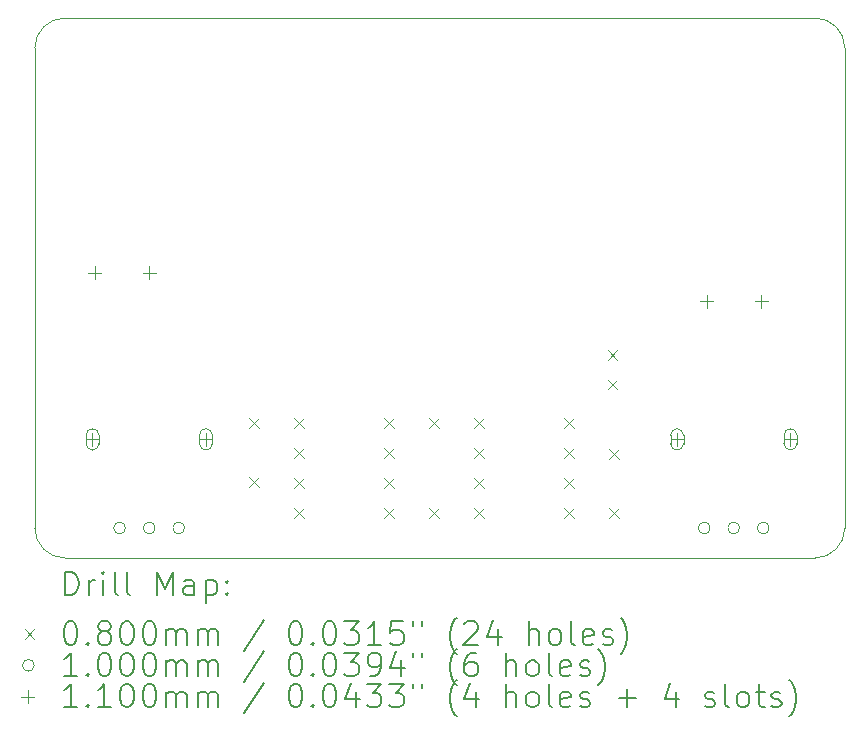
<source format=gbr>
%TF.GenerationSoftware,KiCad,Pcbnew,7.0.10+1*%
%TF.CreationDate,2024-02-10T16:40:51+08:00*%
%TF.ProjectId,ohmify-synthcard,6f686d69-6679-42d7-9379-6e7468636172,v1.1*%
%TF.SameCoordinates,Original*%
%TF.FileFunction,Drillmap*%
%TF.FilePolarity,Positive*%
%FSLAX45Y45*%
G04 Gerber Fmt 4.5, Leading zero omitted, Abs format (unit mm)*
G04 Created by KiCad (PCBNEW 7.0.10+1) date 2024-02-10 16:40:51*
%MOMM*%
%LPD*%
G01*
G04 APERTURE LIST*
%ADD10C,0.100000*%
%ADD11C,0.200000*%
%ADD12C,0.110000*%
G04 APERTURE END LIST*
D10*
X10160000Y-12192000D02*
G75*
G03*
X10414000Y-12446000I254000J0D01*
G01*
X17018000Y-8128000D02*
G75*
G03*
X16764000Y-7874000I-254000J0D01*
G01*
X16764000Y-12446000D02*
X10414000Y-12446000D01*
X10414000Y-7874000D02*
G75*
G03*
X10160000Y-8128000I0J-254000D01*
G01*
X10160000Y-12192000D02*
X10160000Y-8128000D01*
X10414000Y-7874000D02*
X16764000Y-7874000D01*
X16764000Y-12446000D02*
G75*
G03*
X17018000Y-12192000I0J254000D01*
G01*
X17018000Y-8128000D02*
X17018000Y-12192000D01*
D11*
D10*
X11976000Y-11263000D02*
X12056000Y-11343000D01*
X12056000Y-11263000D02*
X11976000Y-11343000D01*
X11976000Y-11763000D02*
X12056000Y-11843000D01*
X12056000Y-11763000D02*
X11976000Y-11843000D01*
X12358000Y-11263000D02*
X12438000Y-11343000D01*
X12438000Y-11263000D02*
X12358000Y-11343000D01*
X12358000Y-11517000D02*
X12438000Y-11597000D01*
X12438000Y-11517000D02*
X12358000Y-11597000D01*
X12358000Y-11771000D02*
X12438000Y-11851000D01*
X12438000Y-11771000D02*
X12358000Y-11851000D01*
X12358000Y-12025000D02*
X12438000Y-12105000D01*
X12438000Y-12025000D02*
X12358000Y-12105000D01*
X13120000Y-11263000D02*
X13200000Y-11343000D01*
X13200000Y-11263000D02*
X13120000Y-11343000D01*
X13120000Y-11517000D02*
X13200000Y-11597000D01*
X13200000Y-11517000D02*
X13120000Y-11597000D01*
X13120000Y-11771000D02*
X13200000Y-11851000D01*
X13200000Y-11771000D02*
X13120000Y-11851000D01*
X13120000Y-12025000D02*
X13200000Y-12105000D01*
X13200000Y-12025000D02*
X13120000Y-12105000D01*
X13500000Y-11263000D02*
X13580000Y-11343000D01*
X13580000Y-11263000D02*
X13500000Y-11343000D01*
X13500000Y-12025000D02*
X13580000Y-12105000D01*
X13580000Y-12025000D02*
X13500000Y-12105000D01*
X13881000Y-11263000D02*
X13961000Y-11343000D01*
X13961000Y-11263000D02*
X13881000Y-11343000D01*
X13881000Y-11517000D02*
X13961000Y-11597000D01*
X13961000Y-11517000D02*
X13881000Y-11597000D01*
X13881000Y-11771000D02*
X13961000Y-11851000D01*
X13961000Y-11771000D02*
X13881000Y-11851000D01*
X13881000Y-12025000D02*
X13961000Y-12105000D01*
X13961000Y-12025000D02*
X13881000Y-12105000D01*
X14643000Y-11263000D02*
X14723000Y-11343000D01*
X14723000Y-11263000D02*
X14643000Y-11343000D01*
X14643000Y-11517000D02*
X14723000Y-11597000D01*
X14723000Y-11517000D02*
X14643000Y-11597000D01*
X14643000Y-11771000D02*
X14723000Y-11851000D01*
X14723000Y-11771000D02*
X14643000Y-11851000D01*
X14643000Y-12025000D02*
X14723000Y-12105000D01*
X14723000Y-12025000D02*
X14643000Y-12105000D01*
X15009500Y-10689011D02*
X15089500Y-10769011D01*
X15089500Y-10689011D02*
X15009500Y-10769011D01*
X15009500Y-10939011D02*
X15089500Y-11019011D01*
X15089500Y-10939011D02*
X15009500Y-11019011D01*
X15024000Y-11525000D02*
X15104000Y-11605000D01*
X15104000Y-11525000D02*
X15024000Y-11605000D01*
X15024000Y-12025000D02*
X15104000Y-12105000D01*
X15104000Y-12025000D02*
X15024000Y-12105000D01*
X10928000Y-12192000D02*
G75*
G03*
X10828000Y-12192000I-50000J0D01*
G01*
X10828000Y-12192000D02*
G75*
G03*
X10928000Y-12192000I50000J0D01*
G01*
X11178000Y-12192000D02*
G75*
G03*
X11078000Y-12192000I-50000J0D01*
G01*
X11078000Y-12192000D02*
G75*
G03*
X11178000Y-12192000I50000J0D01*
G01*
X11428000Y-12192000D02*
G75*
G03*
X11328000Y-12192000I-50000J0D01*
G01*
X11328000Y-12192000D02*
G75*
G03*
X11428000Y-12192000I50000J0D01*
G01*
X15877000Y-12192000D02*
G75*
G03*
X15777000Y-12192000I-50000J0D01*
G01*
X15777000Y-12192000D02*
G75*
G03*
X15877000Y-12192000I50000J0D01*
G01*
X16127000Y-12192000D02*
G75*
G03*
X16027000Y-12192000I-50000J0D01*
G01*
X16027000Y-12192000D02*
G75*
G03*
X16127000Y-12192000I50000J0D01*
G01*
X16377000Y-12192000D02*
G75*
G03*
X16277000Y-12192000I-50000J0D01*
G01*
X16277000Y-12192000D02*
G75*
G03*
X16377000Y-12192000I50000J0D01*
G01*
D12*
X10648000Y-11387000D02*
X10648000Y-11497000D01*
X10593000Y-11442000D02*
X10703000Y-11442000D01*
D10*
X10703000Y-11477000D02*
X10703000Y-11407000D01*
X10703000Y-11407000D02*
G75*
G03*
X10593000Y-11407000I-55000J0D01*
G01*
X10593000Y-11407000D02*
X10593000Y-11477000D01*
X10593000Y-11477000D02*
G75*
G03*
X10703000Y-11477000I55000J0D01*
G01*
D12*
X10668000Y-9978000D02*
X10668000Y-10088000D01*
X10613000Y-10033000D02*
X10723000Y-10033000D01*
X11128000Y-9978000D02*
X11128000Y-10088000D01*
X11073000Y-10033000D02*
X11183000Y-10033000D01*
X11608000Y-11387000D02*
X11608000Y-11497000D01*
X11553000Y-11442000D02*
X11663000Y-11442000D01*
D10*
X11663000Y-11477000D02*
X11663000Y-11407000D01*
X11663000Y-11407000D02*
G75*
G03*
X11553000Y-11407000I-55000J0D01*
G01*
X11553000Y-11407000D02*
X11553000Y-11477000D01*
X11553000Y-11477000D02*
G75*
G03*
X11663000Y-11477000I55000J0D01*
G01*
D12*
X15597000Y-11387000D02*
X15597000Y-11497000D01*
X15542000Y-11442000D02*
X15652000Y-11442000D01*
D10*
X15652000Y-11477000D02*
X15652000Y-11407000D01*
X15652000Y-11407000D02*
G75*
G03*
X15542000Y-11407000I-55000J0D01*
G01*
X15542000Y-11407000D02*
X15542000Y-11477000D01*
X15542000Y-11477000D02*
G75*
G03*
X15652000Y-11477000I55000J0D01*
G01*
D12*
X15848200Y-10219300D02*
X15848200Y-10329300D01*
X15793200Y-10274300D02*
X15903200Y-10274300D01*
X16308200Y-10219300D02*
X16308200Y-10329300D01*
X16253200Y-10274300D02*
X16363200Y-10274300D01*
X16557000Y-11387000D02*
X16557000Y-11497000D01*
X16502000Y-11442000D02*
X16612000Y-11442000D01*
D10*
X16612000Y-11477000D02*
X16612000Y-11407000D01*
X16612000Y-11407000D02*
G75*
G03*
X16502000Y-11407000I-55000J0D01*
G01*
X16502000Y-11407000D02*
X16502000Y-11477000D01*
X16502000Y-11477000D02*
G75*
G03*
X16612000Y-11477000I55000J0D01*
G01*
D11*
X10415777Y-12762484D02*
X10415777Y-12562484D01*
X10415777Y-12562484D02*
X10463396Y-12562484D01*
X10463396Y-12562484D02*
X10491967Y-12572008D01*
X10491967Y-12572008D02*
X10511015Y-12591055D01*
X10511015Y-12591055D02*
X10520539Y-12610103D01*
X10520539Y-12610103D02*
X10530063Y-12648198D01*
X10530063Y-12648198D02*
X10530063Y-12676769D01*
X10530063Y-12676769D02*
X10520539Y-12714865D01*
X10520539Y-12714865D02*
X10511015Y-12733912D01*
X10511015Y-12733912D02*
X10491967Y-12752960D01*
X10491967Y-12752960D02*
X10463396Y-12762484D01*
X10463396Y-12762484D02*
X10415777Y-12762484D01*
X10615777Y-12762484D02*
X10615777Y-12629150D01*
X10615777Y-12667246D02*
X10625301Y-12648198D01*
X10625301Y-12648198D02*
X10634824Y-12638674D01*
X10634824Y-12638674D02*
X10653872Y-12629150D01*
X10653872Y-12629150D02*
X10672920Y-12629150D01*
X10739586Y-12762484D02*
X10739586Y-12629150D01*
X10739586Y-12562484D02*
X10730063Y-12572008D01*
X10730063Y-12572008D02*
X10739586Y-12581531D01*
X10739586Y-12581531D02*
X10749110Y-12572008D01*
X10749110Y-12572008D02*
X10739586Y-12562484D01*
X10739586Y-12562484D02*
X10739586Y-12581531D01*
X10863396Y-12762484D02*
X10844348Y-12752960D01*
X10844348Y-12752960D02*
X10834824Y-12733912D01*
X10834824Y-12733912D02*
X10834824Y-12562484D01*
X10968158Y-12762484D02*
X10949110Y-12752960D01*
X10949110Y-12752960D02*
X10939586Y-12733912D01*
X10939586Y-12733912D02*
X10939586Y-12562484D01*
X11196729Y-12762484D02*
X11196729Y-12562484D01*
X11196729Y-12562484D02*
X11263396Y-12705341D01*
X11263396Y-12705341D02*
X11330062Y-12562484D01*
X11330062Y-12562484D02*
X11330062Y-12762484D01*
X11511015Y-12762484D02*
X11511015Y-12657722D01*
X11511015Y-12657722D02*
X11501491Y-12638674D01*
X11501491Y-12638674D02*
X11482443Y-12629150D01*
X11482443Y-12629150D02*
X11444348Y-12629150D01*
X11444348Y-12629150D02*
X11425301Y-12638674D01*
X11511015Y-12752960D02*
X11491967Y-12762484D01*
X11491967Y-12762484D02*
X11444348Y-12762484D01*
X11444348Y-12762484D02*
X11425301Y-12752960D01*
X11425301Y-12752960D02*
X11415777Y-12733912D01*
X11415777Y-12733912D02*
X11415777Y-12714865D01*
X11415777Y-12714865D02*
X11425301Y-12695817D01*
X11425301Y-12695817D02*
X11444348Y-12686293D01*
X11444348Y-12686293D02*
X11491967Y-12686293D01*
X11491967Y-12686293D02*
X11511015Y-12676769D01*
X11606253Y-12629150D02*
X11606253Y-12829150D01*
X11606253Y-12638674D02*
X11625301Y-12629150D01*
X11625301Y-12629150D02*
X11663396Y-12629150D01*
X11663396Y-12629150D02*
X11682443Y-12638674D01*
X11682443Y-12638674D02*
X11691967Y-12648198D01*
X11691967Y-12648198D02*
X11701491Y-12667246D01*
X11701491Y-12667246D02*
X11701491Y-12724388D01*
X11701491Y-12724388D02*
X11691967Y-12743436D01*
X11691967Y-12743436D02*
X11682443Y-12752960D01*
X11682443Y-12752960D02*
X11663396Y-12762484D01*
X11663396Y-12762484D02*
X11625301Y-12762484D01*
X11625301Y-12762484D02*
X11606253Y-12752960D01*
X11787205Y-12743436D02*
X11796729Y-12752960D01*
X11796729Y-12752960D02*
X11787205Y-12762484D01*
X11787205Y-12762484D02*
X11777682Y-12752960D01*
X11777682Y-12752960D02*
X11787205Y-12743436D01*
X11787205Y-12743436D02*
X11787205Y-12762484D01*
X11787205Y-12638674D02*
X11796729Y-12648198D01*
X11796729Y-12648198D02*
X11787205Y-12657722D01*
X11787205Y-12657722D02*
X11777682Y-12648198D01*
X11777682Y-12648198D02*
X11787205Y-12638674D01*
X11787205Y-12638674D02*
X11787205Y-12657722D01*
D10*
X10075000Y-13051000D02*
X10155000Y-13131000D01*
X10155000Y-13051000D02*
X10075000Y-13131000D01*
D11*
X10453872Y-12982484D02*
X10472920Y-12982484D01*
X10472920Y-12982484D02*
X10491967Y-12992008D01*
X10491967Y-12992008D02*
X10501491Y-13001531D01*
X10501491Y-13001531D02*
X10511015Y-13020579D01*
X10511015Y-13020579D02*
X10520539Y-13058674D01*
X10520539Y-13058674D02*
X10520539Y-13106293D01*
X10520539Y-13106293D02*
X10511015Y-13144388D01*
X10511015Y-13144388D02*
X10501491Y-13163436D01*
X10501491Y-13163436D02*
X10491967Y-13172960D01*
X10491967Y-13172960D02*
X10472920Y-13182484D01*
X10472920Y-13182484D02*
X10453872Y-13182484D01*
X10453872Y-13182484D02*
X10434824Y-13172960D01*
X10434824Y-13172960D02*
X10425301Y-13163436D01*
X10425301Y-13163436D02*
X10415777Y-13144388D01*
X10415777Y-13144388D02*
X10406253Y-13106293D01*
X10406253Y-13106293D02*
X10406253Y-13058674D01*
X10406253Y-13058674D02*
X10415777Y-13020579D01*
X10415777Y-13020579D02*
X10425301Y-13001531D01*
X10425301Y-13001531D02*
X10434824Y-12992008D01*
X10434824Y-12992008D02*
X10453872Y-12982484D01*
X10606253Y-13163436D02*
X10615777Y-13172960D01*
X10615777Y-13172960D02*
X10606253Y-13182484D01*
X10606253Y-13182484D02*
X10596729Y-13172960D01*
X10596729Y-13172960D02*
X10606253Y-13163436D01*
X10606253Y-13163436D02*
X10606253Y-13182484D01*
X10730063Y-13068198D02*
X10711015Y-13058674D01*
X10711015Y-13058674D02*
X10701491Y-13049150D01*
X10701491Y-13049150D02*
X10691967Y-13030103D01*
X10691967Y-13030103D02*
X10691967Y-13020579D01*
X10691967Y-13020579D02*
X10701491Y-13001531D01*
X10701491Y-13001531D02*
X10711015Y-12992008D01*
X10711015Y-12992008D02*
X10730063Y-12982484D01*
X10730063Y-12982484D02*
X10768158Y-12982484D01*
X10768158Y-12982484D02*
X10787205Y-12992008D01*
X10787205Y-12992008D02*
X10796729Y-13001531D01*
X10796729Y-13001531D02*
X10806253Y-13020579D01*
X10806253Y-13020579D02*
X10806253Y-13030103D01*
X10806253Y-13030103D02*
X10796729Y-13049150D01*
X10796729Y-13049150D02*
X10787205Y-13058674D01*
X10787205Y-13058674D02*
X10768158Y-13068198D01*
X10768158Y-13068198D02*
X10730063Y-13068198D01*
X10730063Y-13068198D02*
X10711015Y-13077722D01*
X10711015Y-13077722D02*
X10701491Y-13087246D01*
X10701491Y-13087246D02*
X10691967Y-13106293D01*
X10691967Y-13106293D02*
X10691967Y-13144388D01*
X10691967Y-13144388D02*
X10701491Y-13163436D01*
X10701491Y-13163436D02*
X10711015Y-13172960D01*
X10711015Y-13172960D02*
X10730063Y-13182484D01*
X10730063Y-13182484D02*
X10768158Y-13182484D01*
X10768158Y-13182484D02*
X10787205Y-13172960D01*
X10787205Y-13172960D02*
X10796729Y-13163436D01*
X10796729Y-13163436D02*
X10806253Y-13144388D01*
X10806253Y-13144388D02*
X10806253Y-13106293D01*
X10806253Y-13106293D02*
X10796729Y-13087246D01*
X10796729Y-13087246D02*
X10787205Y-13077722D01*
X10787205Y-13077722D02*
X10768158Y-13068198D01*
X10930063Y-12982484D02*
X10949110Y-12982484D01*
X10949110Y-12982484D02*
X10968158Y-12992008D01*
X10968158Y-12992008D02*
X10977682Y-13001531D01*
X10977682Y-13001531D02*
X10987205Y-13020579D01*
X10987205Y-13020579D02*
X10996729Y-13058674D01*
X10996729Y-13058674D02*
X10996729Y-13106293D01*
X10996729Y-13106293D02*
X10987205Y-13144388D01*
X10987205Y-13144388D02*
X10977682Y-13163436D01*
X10977682Y-13163436D02*
X10968158Y-13172960D01*
X10968158Y-13172960D02*
X10949110Y-13182484D01*
X10949110Y-13182484D02*
X10930063Y-13182484D01*
X10930063Y-13182484D02*
X10911015Y-13172960D01*
X10911015Y-13172960D02*
X10901491Y-13163436D01*
X10901491Y-13163436D02*
X10891967Y-13144388D01*
X10891967Y-13144388D02*
X10882444Y-13106293D01*
X10882444Y-13106293D02*
X10882444Y-13058674D01*
X10882444Y-13058674D02*
X10891967Y-13020579D01*
X10891967Y-13020579D02*
X10901491Y-13001531D01*
X10901491Y-13001531D02*
X10911015Y-12992008D01*
X10911015Y-12992008D02*
X10930063Y-12982484D01*
X11120539Y-12982484D02*
X11139586Y-12982484D01*
X11139586Y-12982484D02*
X11158634Y-12992008D01*
X11158634Y-12992008D02*
X11168158Y-13001531D01*
X11168158Y-13001531D02*
X11177682Y-13020579D01*
X11177682Y-13020579D02*
X11187205Y-13058674D01*
X11187205Y-13058674D02*
X11187205Y-13106293D01*
X11187205Y-13106293D02*
X11177682Y-13144388D01*
X11177682Y-13144388D02*
X11168158Y-13163436D01*
X11168158Y-13163436D02*
X11158634Y-13172960D01*
X11158634Y-13172960D02*
X11139586Y-13182484D01*
X11139586Y-13182484D02*
X11120539Y-13182484D01*
X11120539Y-13182484D02*
X11101491Y-13172960D01*
X11101491Y-13172960D02*
X11091967Y-13163436D01*
X11091967Y-13163436D02*
X11082444Y-13144388D01*
X11082444Y-13144388D02*
X11072920Y-13106293D01*
X11072920Y-13106293D02*
X11072920Y-13058674D01*
X11072920Y-13058674D02*
X11082444Y-13020579D01*
X11082444Y-13020579D02*
X11091967Y-13001531D01*
X11091967Y-13001531D02*
X11101491Y-12992008D01*
X11101491Y-12992008D02*
X11120539Y-12982484D01*
X11272920Y-13182484D02*
X11272920Y-13049150D01*
X11272920Y-13068198D02*
X11282443Y-13058674D01*
X11282443Y-13058674D02*
X11301491Y-13049150D01*
X11301491Y-13049150D02*
X11330063Y-13049150D01*
X11330063Y-13049150D02*
X11349110Y-13058674D01*
X11349110Y-13058674D02*
X11358634Y-13077722D01*
X11358634Y-13077722D02*
X11358634Y-13182484D01*
X11358634Y-13077722D02*
X11368158Y-13058674D01*
X11368158Y-13058674D02*
X11387205Y-13049150D01*
X11387205Y-13049150D02*
X11415777Y-13049150D01*
X11415777Y-13049150D02*
X11434824Y-13058674D01*
X11434824Y-13058674D02*
X11444348Y-13077722D01*
X11444348Y-13077722D02*
X11444348Y-13182484D01*
X11539586Y-13182484D02*
X11539586Y-13049150D01*
X11539586Y-13068198D02*
X11549110Y-13058674D01*
X11549110Y-13058674D02*
X11568158Y-13049150D01*
X11568158Y-13049150D02*
X11596729Y-13049150D01*
X11596729Y-13049150D02*
X11615777Y-13058674D01*
X11615777Y-13058674D02*
X11625301Y-13077722D01*
X11625301Y-13077722D02*
X11625301Y-13182484D01*
X11625301Y-13077722D02*
X11634824Y-13058674D01*
X11634824Y-13058674D02*
X11653872Y-13049150D01*
X11653872Y-13049150D02*
X11682443Y-13049150D01*
X11682443Y-13049150D02*
X11701491Y-13058674D01*
X11701491Y-13058674D02*
X11711015Y-13077722D01*
X11711015Y-13077722D02*
X11711015Y-13182484D01*
X12101491Y-12972960D02*
X11930063Y-13230103D01*
X12358634Y-12982484D02*
X12377682Y-12982484D01*
X12377682Y-12982484D02*
X12396729Y-12992008D01*
X12396729Y-12992008D02*
X12406253Y-13001531D01*
X12406253Y-13001531D02*
X12415777Y-13020579D01*
X12415777Y-13020579D02*
X12425301Y-13058674D01*
X12425301Y-13058674D02*
X12425301Y-13106293D01*
X12425301Y-13106293D02*
X12415777Y-13144388D01*
X12415777Y-13144388D02*
X12406253Y-13163436D01*
X12406253Y-13163436D02*
X12396729Y-13172960D01*
X12396729Y-13172960D02*
X12377682Y-13182484D01*
X12377682Y-13182484D02*
X12358634Y-13182484D01*
X12358634Y-13182484D02*
X12339586Y-13172960D01*
X12339586Y-13172960D02*
X12330063Y-13163436D01*
X12330063Y-13163436D02*
X12320539Y-13144388D01*
X12320539Y-13144388D02*
X12311015Y-13106293D01*
X12311015Y-13106293D02*
X12311015Y-13058674D01*
X12311015Y-13058674D02*
X12320539Y-13020579D01*
X12320539Y-13020579D02*
X12330063Y-13001531D01*
X12330063Y-13001531D02*
X12339586Y-12992008D01*
X12339586Y-12992008D02*
X12358634Y-12982484D01*
X12511015Y-13163436D02*
X12520539Y-13172960D01*
X12520539Y-13172960D02*
X12511015Y-13182484D01*
X12511015Y-13182484D02*
X12501491Y-13172960D01*
X12501491Y-13172960D02*
X12511015Y-13163436D01*
X12511015Y-13163436D02*
X12511015Y-13182484D01*
X12644348Y-12982484D02*
X12663396Y-12982484D01*
X12663396Y-12982484D02*
X12682444Y-12992008D01*
X12682444Y-12992008D02*
X12691967Y-13001531D01*
X12691967Y-13001531D02*
X12701491Y-13020579D01*
X12701491Y-13020579D02*
X12711015Y-13058674D01*
X12711015Y-13058674D02*
X12711015Y-13106293D01*
X12711015Y-13106293D02*
X12701491Y-13144388D01*
X12701491Y-13144388D02*
X12691967Y-13163436D01*
X12691967Y-13163436D02*
X12682444Y-13172960D01*
X12682444Y-13172960D02*
X12663396Y-13182484D01*
X12663396Y-13182484D02*
X12644348Y-13182484D01*
X12644348Y-13182484D02*
X12625301Y-13172960D01*
X12625301Y-13172960D02*
X12615777Y-13163436D01*
X12615777Y-13163436D02*
X12606253Y-13144388D01*
X12606253Y-13144388D02*
X12596729Y-13106293D01*
X12596729Y-13106293D02*
X12596729Y-13058674D01*
X12596729Y-13058674D02*
X12606253Y-13020579D01*
X12606253Y-13020579D02*
X12615777Y-13001531D01*
X12615777Y-13001531D02*
X12625301Y-12992008D01*
X12625301Y-12992008D02*
X12644348Y-12982484D01*
X12777682Y-12982484D02*
X12901491Y-12982484D01*
X12901491Y-12982484D02*
X12834825Y-13058674D01*
X12834825Y-13058674D02*
X12863396Y-13058674D01*
X12863396Y-13058674D02*
X12882444Y-13068198D01*
X12882444Y-13068198D02*
X12891967Y-13077722D01*
X12891967Y-13077722D02*
X12901491Y-13096769D01*
X12901491Y-13096769D02*
X12901491Y-13144388D01*
X12901491Y-13144388D02*
X12891967Y-13163436D01*
X12891967Y-13163436D02*
X12882444Y-13172960D01*
X12882444Y-13172960D02*
X12863396Y-13182484D01*
X12863396Y-13182484D02*
X12806253Y-13182484D01*
X12806253Y-13182484D02*
X12787206Y-13172960D01*
X12787206Y-13172960D02*
X12777682Y-13163436D01*
X13091967Y-13182484D02*
X12977682Y-13182484D01*
X13034825Y-13182484D02*
X13034825Y-12982484D01*
X13034825Y-12982484D02*
X13015777Y-13011055D01*
X13015777Y-13011055D02*
X12996729Y-13030103D01*
X12996729Y-13030103D02*
X12977682Y-13039627D01*
X13272920Y-12982484D02*
X13177682Y-12982484D01*
X13177682Y-12982484D02*
X13168158Y-13077722D01*
X13168158Y-13077722D02*
X13177682Y-13068198D01*
X13177682Y-13068198D02*
X13196729Y-13058674D01*
X13196729Y-13058674D02*
X13244348Y-13058674D01*
X13244348Y-13058674D02*
X13263396Y-13068198D01*
X13263396Y-13068198D02*
X13272920Y-13077722D01*
X13272920Y-13077722D02*
X13282444Y-13096769D01*
X13282444Y-13096769D02*
X13282444Y-13144388D01*
X13282444Y-13144388D02*
X13272920Y-13163436D01*
X13272920Y-13163436D02*
X13263396Y-13172960D01*
X13263396Y-13172960D02*
X13244348Y-13182484D01*
X13244348Y-13182484D02*
X13196729Y-13182484D01*
X13196729Y-13182484D02*
X13177682Y-13172960D01*
X13177682Y-13172960D02*
X13168158Y-13163436D01*
X13358634Y-12982484D02*
X13358634Y-13020579D01*
X13434825Y-12982484D02*
X13434825Y-13020579D01*
X13730063Y-13258674D02*
X13720539Y-13249150D01*
X13720539Y-13249150D02*
X13701491Y-13220579D01*
X13701491Y-13220579D02*
X13691968Y-13201531D01*
X13691968Y-13201531D02*
X13682444Y-13172960D01*
X13682444Y-13172960D02*
X13672920Y-13125341D01*
X13672920Y-13125341D02*
X13672920Y-13087246D01*
X13672920Y-13087246D02*
X13682444Y-13039627D01*
X13682444Y-13039627D02*
X13691968Y-13011055D01*
X13691968Y-13011055D02*
X13701491Y-12992008D01*
X13701491Y-12992008D02*
X13720539Y-12963436D01*
X13720539Y-12963436D02*
X13730063Y-12953912D01*
X13796729Y-13001531D02*
X13806253Y-12992008D01*
X13806253Y-12992008D02*
X13825301Y-12982484D01*
X13825301Y-12982484D02*
X13872920Y-12982484D01*
X13872920Y-12982484D02*
X13891968Y-12992008D01*
X13891968Y-12992008D02*
X13901491Y-13001531D01*
X13901491Y-13001531D02*
X13911015Y-13020579D01*
X13911015Y-13020579D02*
X13911015Y-13039627D01*
X13911015Y-13039627D02*
X13901491Y-13068198D01*
X13901491Y-13068198D02*
X13787206Y-13182484D01*
X13787206Y-13182484D02*
X13911015Y-13182484D01*
X14082444Y-13049150D02*
X14082444Y-13182484D01*
X14034825Y-12972960D02*
X13987206Y-13115817D01*
X13987206Y-13115817D02*
X14111015Y-13115817D01*
X14339587Y-13182484D02*
X14339587Y-12982484D01*
X14425301Y-13182484D02*
X14425301Y-13077722D01*
X14425301Y-13077722D02*
X14415777Y-13058674D01*
X14415777Y-13058674D02*
X14396730Y-13049150D01*
X14396730Y-13049150D02*
X14368158Y-13049150D01*
X14368158Y-13049150D02*
X14349110Y-13058674D01*
X14349110Y-13058674D02*
X14339587Y-13068198D01*
X14549110Y-13182484D02*
X14530063Y-13172960D01*
X14530063Y-13172960D02*
X14520539Y-13163436D01*
X14520539Y-13163436D02*
X14511015Y-13144388D01*
X14511015Y-13144388D02*
X14511015Y-13087246D01*
X14511015Y-13087246D02*
X14520539Y-13068198D01*
X14520539Y-13068198D02*
X14530063Y-13058674D01*
X14530063Y-13058674D02*
X14549110Y-13049150D01*
X14549110Y-13049150D02*
X14577682Y-13049150D01*
X14577682Y-13049150D02*
X14596730Y-13058674D01*
X14596730Y-13058674D02*
X14606253Y-13068198D01*
X14606253Y-13068198D02*
X14615777Y-13087246D01*
X14615777Y-13087246D02*
X14615777Y-13144388D01*
X14615777Y-13144388D02*
X14606253Y-13163436D01*
X14606253Y-13163436D02*
X14596730Y-13172960D01*
X14596730Y-13172960D02*
X14577682Y-13182484D01*
X14577682Y-13182484D02*
X14549110Y-13182484D01*
X14730063Y-13182484D02*
X14711015Y-13172960D01*
X14711015Y-13172960D02*
X14701491Y-13153912D01*
X14701491Y-13153912D02*
X14701491Y-12982484D01*
X14882444Y-13172960D02*
X14863396Y-13182484D01*
X14863396Y-13182484D02*
X14825301Y-13182484D01*
X14825301Y-13182484D02*
X14806253Y-13172960D01*
X14806253Y-13172960D02*
X14796730Y-13153912D01*
X14796730Y-13153912D02*
X14796730Y-13077722D01*
X14796730Y-13077722D02*
X14806253Y-13058674D01*
X14806253Y-13058674D02*
X14825301Y-13049150D01*
X14825301Y-13049150D02*
X14863396Y-13049150D01*
X14863396Y-13049150D02*
X14882444Y-13058674D01*
X14882444Y-13058674D02*
X14891968Y-13077722D01*
X14891968Y-13077722D02*
X14891968Y-13096769D01*
X14891968Y-13096769D02*
X14796730Y-13115817D01*
X14968158Y-13172960D02*
X14987206Y-13182484D01*
X14987206Y-13182484D02*
X15025301Y-13182484D01*
X15025301Y-13182484D02*
X15044349Y-13172960D01*
X15044349Y-13172960D02*
X15053872Y-13153912D01*
X15053872Y-13153912D02*
X15053872Y-13144388D01*
X15053872Y-13144388D02*
X15044349Y-13125341D01*
X15044349Y-13125341D02*
X15025301Y-13115817D01*
X15025301Y-13115817D02*
X14996730Y-13115817D01*
X14996730Y-13115817D02*
X14977682Y-13106293D01*
X14977682Y-13106293D02*
X14968158Y-13087246D01*
X14968158Y-13087246D02*
X14968158Y-13077722D01*
X14968158Y-13077722D02*
X14977682Y-13058674D01*
X14977682Y-13058674D02*
X14996730Y-13049150D01*
X14996730Y-13049150D02*
X15025301Y-13049150D01*
X15025301Y-13049150D02*
X15044349Y-13058674D01*
X15120539Y-13258674D02*
X15130063Y-13249150D01*
X15130063Y-13249150D02*
X15149111Y-13220579D01*
X15149111Y-13220579D02*
X15158634Y-13201531D01*
X15158634Y-13201531D02*
X15168158Y-13172960D01*
X15168158Y-13172960D02*
X15177682Y-13125341D01*
X15177682Y-13125341D02*
X15177682Y-13087246D01*
X15177682Y-13087246D02*
X15168158Y-13039627D01*
X15168158Y-13039627D02*
X15158634Y-13011055D01*
X15158634Y-13011055D02*
X15149111Y-12992008D01*
X15149111Y-12992008D02*
X15130063Y-12963436D01*
X15130063Y-12963436D02*
X15120539Y-12953912D01*
D10*
X10155000Y-13355000D02*
G75*
G03*
X10055000Y-13355000I-50000J0D01*
G01*
X10055000Y-13355000D02*
G75*
G03*
X10155000Y-13355000I50000J0D01*
G01*
D11*
X10520539Y-13446484D02*
X10406253Y-13446484D01*
X10463396Y-13446484D02*
X10463396Y-13246484D01*
X10463396Y-13246484D02*
X10444348Y-13275055D01*
X10444348Y-13275055D02*
X10425301Y-13294103D01*
X10425301Y-13294103D02*
X10406253Y-13303627D01*
X10606253Y-13427436D02*
X10615777Y-13436960D01*
X10615777Y-13436960D02*
X10606253Y-13446484D01*
X10606253Y-13446484D02*
X10596729Y-13436960D01*
X10596729Y-13436960D02*
X10606253Y-13427436D01*
X10606253Y-13427436D02*
X10606253Y-13446484D01*
X10739586Y-13246484D02*
X10758634Y-13246484D01*
X10758634Y-13246484D02*
X10777682Y-13256008D01*
X10777682Y-13256008D02*
X10787205Y-13265531D01*
X10787205Y-13265531D02*
X10796729Y-13284579D01*
X10796729Y-13284579D02*
X10806253Y-13322674D01*
X10806253Y-13322674D02*
X10806253Y-13370293D01*
X10806253Y-13370293D02*
X10796729Y-13408388D01*
X10796729Y-13408388D02*
X10787205Y-13427436D01*
X10787205Y-13427436D02*
X10777682Y-13436960D01*
X10777682Y-13436960D02*
X10758634Y-13446484D01*
X10758634Y-13446484D02*
X10739586Y-13446484D01*
X10739586Y-13446484D02*
X10720539Y-13436960D01*
X10720539Y-13436960D02*
X10711015Y-13427436D01*
X10711015Y-13427436D02*
X10701491Y-13408388D01*
X10701491Y-13408388D02*
X10691967Y-13370293D01*
X10691967Y-13370293D02*
X10691967Y-13322674D01*
X10691967Y-13322674D02*
X10701491Y-13284579D01*
X10701491Y-13284579D02*
X10711015Y-13265531D01*
X10711015Y-13265531D02*
X10720539Y-13256008D01*
X10720539Y-13256008D02*
X10739586Y-13246484D01*
X10930063Y-13246484D02*
X10949110Y-13246484D01*
X10949110Y-13246484D02*
X10968158Y-13256008D01*
X10968158Y-13256008D02*
X10977682Y-13265531D01*
X10977682Y-13265531D02*
X10987205Y-13284579D01*
X10987205Y-13284579D02*
X10996729Y-13322674D01*
X10996729Y-13322674D02*
X10996729Y-13370293D01*
X10996729Y-13370293D02*
X10987205Y-13408388D01*
X10987205Y-13408388D02*
X10977682Y-13427436D01*
X10977682Y-13427436D02*
X10968158Y-13436960D01*
X10968158Y-13436960D02*
X10949110Y-13446484D01*
X10949110Y-13446484D02*
X10930063Y-13446484D01*
X10930063Y-13446484D02*
X10911015Y-13436960D01*
X10911015Y-13436960D02*
X10901491Y-13427436D01*
X10901491Y-13427436D02*
X10891967Y-13408388D01*
X10891967Y-13408388D02*
X10882444Y-13370293D01*
X10882444Y-13370293D02*
X10882444Y-13322674D01*
X10882444Y-13322674D02*
X10891967Y-13284579D01*
X10891967Y-13284579D02*
X10901491Y-13265531D01*
X10901491Y-13265531D02*
X10911015Y-13256008D01*
X10911015Y-13256008D02*
X10930063Y-13246484D01*
X11120539Y-13246484D02*
X11139586Y-13246484D01*
X11139586Y-13246484D02*
X11158634Y-13256008D01*
X11158634Y-13256008D02*
X11168158Y-13265531D01*
X11168158Y-13265531D02*
X11177682Y-13284579D01*
X11177682Y-13284579D02*
X11187205Y-13322674D01*
X11187205Y-13322674D02*
X11187205Y-13370293D01*
X11187205Y-13370293D02*
X11177682Y-13408388D01*
X11177682Y-13408388D02*
X11168158Y-13427436D01*
X11168158Y-13427436D02*
X11158634Y-13436960D01*
X11158634Y-13436960D02*
X11139586Y-13446484D01*
X11139586Y-13446484D02*
X11120539Y-13446484D01*
X11120539Y-13446484D02*
X11101491Y-13436960D01*
X11101491Y-13436960D02*
X11091967Y-13427436D01*
X11091967Y-13427436D02*
X11082444Y-13408388D01*
X11082444Y-13408388D02*
X11072920Y-13370293D01*
X11072920Y-13370293D02*
X11072920Y-13322674D01*
X11072920Y-13322674D02*
X11082444Y-13284579D01*
X11082444Y-13284579D02*
X11091967Y-13265531D01*
X11091967Y-13265531D02*
X11101491Y-13256008D01*
X11101491Y-13256008D02*
X11120539Y-13246484D01*
X11272920Y-13446484D02*
X11272920Y-13313150D01*
X11272920Y-13332198D02*
X11282443Y-13322674D01*
X11282443Y-13322674D02*
X11301491Y-13313150D01*
X11301491Y-13313150D02*
X11330063Y-13313150D01*
X11330063Y-13313150D02*
X11349110Y-13322674D01*
X11349110Y-13322674D02*
X11358634Y-13341722D01*
X11358634Y-13341722D02*
X11358634Y-13446484D01*
X11358634Y-13341722D02*
X11368158Y-13322674D01*
X11368158Y-13322674D02*
X11387205Y-13313150D01*
X11387205Y-13313150D02*
X11415777Y-13313150D01*
X11415777Y-13313150D02*
X11434824Y-13322674D01*
X11434824Y-13322674D02*
X11444348Y-13341722D01*
X11444348Y-13341722D02*
X11444348Y-13446484D01*
X11539586Y-13446484D02*
X11539586Y-13313150D01*
X11539586Y-13332198D02*
X11549110Y-13322674D01*
X11549110Y-13322674D02*
X11568158Y-13313150D01*
X11568158Y-13313150D02*
X11596729Y-13313150D01*
X11596729Y-13313150D02*
X11615777Y-13322674D01*
X11615777Y-13322674D02*
X11625301Y-13341722D01*
X11625301Y-13341722D02*
X11625301Y-13446484D01*
X11625301Y-13341722D02*
X11634824Y-13322674D01*
X11634824Y-13322674D02*
X11653872Y-13313150D01*
X11653872Y-13313150D02*
X11682443Y-13313150D01*
X11682443Y-13313150D02*
X11701491Y-13322674D01*
X11701491Y-13322674D02*
X11711015Y-13341722D01*
X11711015Y-13341722D02*
X11711015Y-13446484D01*
X12101491Y-13236960D02*
X11930063Y-13494103D01*
X12358634Y-13246484D02*
X12377682Y-13246484D01*
X12377682Y-13246484D02*
X12396729Y-13256008D01*
X12396729Y-13256008D02*
X12406253Y-13265531D01*
X12406253Y-13265531D02*
X12415777Y-13284579D01*
X12415777Y-13284579D02*
X12425301Y-13322674D01*
X12425301Y-13322674D02*
X12425301Y-13370293D01*
X12425301Y-13370293D02*
X12415777Y-13408388D01*
X12415777Y-13408388D02*
X12406253Y-13427436D01*
X12406253Y-13427436D02*
X12396729Y-13436960D01*
X12396729Y-13436960D02*
X12377682Y-13446484D01*
X12377682Y-13446484D02*
X12358634Y-13446484D01*
X12358634Y-13446484D02*
X12339586Y-13436960D01*
X12339586Y-13436960D02*
X12330063Y-13427436D01*
X12330063Y-13427436D02*
X12320539Y-13408388D01*
X12320539Y-13408388D02*
X12311015Y-13370293D01*
X12311015Y-13370293D02*
X12311015Y-13322674D01*
X12311015Y-13322674D02*
X12320539Y-13284579D01*
X12320539Y-13284579D02*
X12330063Y-13265531D01*
X12330063Y-13265531D02*
X12339586Y-13256008D01*
X12339586Y-13256008D02*
X12358634Y-13246484D01*
X12511015Y-13427436D02*
X12520539Y-13436960D01*
X12520539Y-13436960D02*
X12511015Y-13446484D01*
X12511015Y-13446484D02*
X12501491Y-13436960D01*
X12501491Y-13436960D02*
X12511015Y-13427436D01*
X12511015Y-13427436D02*
X12511015Y-13446484D01*
X12644348Y-13246484D02*
X12663396Y-13246484D01*
X12663396Y-13246484D02*
X12682444Y-13256008D01*
X12682444Y-13256008D02*
X12691967Y-13265531D01*
X12691967Y-13265531D02*
X12701491Y-13284579D01*
X12701491Y-13284579D02*
X12711015Y-13322674D01*
X12711015Y-13322674D02*
X12711015Y-13370293D01*
X12711015Y-13370293D02*
X12701491Y-13408388D01*
X12701491Y-13408388D02*
X12691967Y-13427436D01*
X12691967Y-13427436D02*
X12682444Y-13436960D01*
X12682444Y-13436960D02*
X12663396Y-13446484D01*
X12663396Y-13446484D02*
X12644348Y-13446484D01*
X12644348Y-13446484D02*
X12625301Y-13436960D01*
X12625301Y-13436960D02*
X12615777Y-13427436D01*
X12615777Y-13427436D02*
X12606253Y-13408388D01*
X12606253Y-13408388D02*
X12596729Y-13370293D01*
X12596729Y-13370293D02*
X12596729Y-13322674D01*
X12596729Y-13322674D02*
X12606253Y-13284579D01*
X12606253Y-13284579D02*
X12615777Y-13265531D01*
X12615777Y-13265531D02*
X12625301Y-13256008D01*
X12625301Y-13256008D02*
X12644348Y-13246484D01*
X12777682Y-13246484D02*
X12901491Y-13246484D01*
X12901491Y-13246484D02*
X12834825Y-13322674D01*
X12834825Y-13322674D02*
X12863396Y-13322674D01*
X12863396Y-13322674D02*
X12882444Y-13332198D01*
X12882444Y-13332198D02*
X12891967Y-13341722D01*
X12891967Y-13341722D02*
X12901491Y-13360769D01*
X12901491Y-13360769D02*
X12901491Y-13408388D01*
X12901491Y-13408388D02*
X12891967Y-13427436D01*
X12891967Y-13427436D02*
X12882444Y-13436960D01*
X12882444Y-13436960D02*
X12863396Y-13446484D01*
X12863396Y-13446484D02*
X12806253Y-13446484D01*
X12806253Y-13446484D02*
X12787206Y-13436960D01*
X12787206Y-13436960D02*
X12777682Y-13427436D01*
X12996729Y-13446484D02*
X13034825Y-13446484D01*
X13034825Y-13446484D02*
X13053872Y-13436960D01*
X13053872Y-13436960D02*
X13063396Y-13427436D01*
X13063396Y-13427436D02*
X13082444Y-13398865D01*
X13082444Y-13398865D02*
X13091967Y-13360769D01*
X13091967Y-13360769D02*
X13091967Y-13284579D01*
X13091967Y-13284579D02*
X13082444Y-13265531D01*
X13082444Y-13265531D02*
X13072920Y-13256008D01*
X13072920Y-13256008D02*
X13053872Y-13246484D01*
X13053872Y-13246484D02*
X13015777Y-13246484D01*
X13015777Y-13246484D02*
X12996729Y-13256008D01*
X12996729Y-13256008D02*
X12987206Y-13265531D01*
X12987206Y-13265531D02*
X12977682Y-13284579D01*
X12977682Y-13284579D02*
X12977682Y-13332198D01*
X12977682Y-13332198D02*
X12987206Y-13351246D01*
X12987206Y-13351246D02*
X12996729Y-13360769D01*
X12996729Y-13360769D02*
X13015777Y-13370293D01*
X13015777Y-13370293D02*
X13053872Y-13370293D01*
X13053872Y-13370293D02*
X13072920Y-13360769D01*
X13072920Y-13360769D02*
X13082444Y-13351246D01*
X13082444Y-13351246D02*
X13091967Y-13332198D01*
X13263396Y-13313150D02*
X13263396Y-13446484D01*
X13215777Y-13236960D02*
X13168158Y-13379817D01*
X13168158Y-13379817D02*
X13291967Y-13379817D01*
X13358634Y-13246484D02*
X13358634Y-13284579D01*
X13434825Y-13246484D02*
X13434825Y-13284579D01*
X13730063Y-13522674D02*
X13720539Y-13513150D01*
X13720539Y-13513150D02*
X13701491Y-13484579D01*
X13701491Y-13484579D02*
X13691968Y-13465531D01*
X13691968Y-13465531D02*
X13682444Y-13436960D01*
X13682444Y-13436960D02*
X13672920Y-13389341D01*
X13672920Y-13389341D02*
X13672920Y-13351246D01*
X13672920Y-13351246D02*
X13682444Y-13303627D01*
X13682444Y-13303627D02*
X13691968Y-13275055D01*
X13691968Y-13275055D02*
X13701491Y-13256008D01*
X13701491Y-13256008D02*
X13720539Y-13227436D01*
X13720539Y-13227436D02*
X13730063Y-13217912D01*
X13891968Y-13246484D02*
X13853872Y-13246484D01*
X13853872Y-13246484D02*
X13834825Y-13256008D01*
X13834825Y-13256008D02*
X13825301Y-13265531D01*
X13825301Y-13265531D02*
X13806253Y-13294103D01*
X13806253Y-13294103D02*
X13796729Y-13332198D01*
X13796729Y-13332198D02*
X13796729Y-13408388D01*
X13796729Y-13408388D02*
X13806253Y-13427436D01*
X13806253Y-13427436D02*
X13815777Y-13436960D01*
X13815777Y-13436960D02*
X13834825Y-13446484D01*
X13834825Y-13446484D02*
X13872920Y-13446484D01*
X13872920Y-13446484D02*
X13891968Y-13436960D01*
X13891968Y-13436960D02*
X13901491Y-13427436D01*
X13901491Y-13427436D02*
X13911015Y-13408388D01*
X13911015Y-13408388D02*
X13911015Y-13360769D01*
X13911015Y-13360769D02*
X13901491Y-13341722D01*
X13901491Y-13341722D02*
X13891968Y-13332198D01*
X13891968Y-13332198D02*
X13872920Y-13322674D01*
X13872920Y-13322674D02*
X13834825Y-13322674D01*
X13834825Y-13322674D02*
X13815777Y-13332198D01*
X13815777Y-13332198D02*
X13806253Y-13341722D01*
X13806253Y-13341722D02*
X13796729Y-13360769D01*
X14149110Y-13446484D02*
X14149110Y-13246484D01*
X14234825Y-13446484D02*
X14234825Y-13341722D01*
X14234825Y-13341722D02*
X14225301Y-13322674D01*
X14225301Y-13322674D02*
X14206253Y-13313150D01*
X14206253Y-13313150D02*
X14177682Y-13313150D01*
X14177682Y-13313150D02*
X14158634Y-13322674D01*
X14158634Y-13322674D02*
X14149110Y-13332198D01*
X14358634Y-13446484D02*
X14339587Y-13436960D01*
X14339587Y-13436960D02*
X14330063Y-13427436D01*
X14330063Y-13427436D02*
X14320539Y-13408388D01*
X14320539Y-13408388D02*
X14320539Y-13351246D01*
X14320539Y-13351246D02*
X14330063Y-13332198D01*
X14330063Y-13332198D02*
X14339587Y-13322674D01*
X14339587Y-13322674D02*
X14358634Y-13313150D01*
X14358634Y-13313150D02*
X14387206Y-13313150D01*
X14387206Y-13313150D02*
X14406253Y-13322674D01*
X14406253Y-13322674D02*
X14415777Y-13332198D01*
X14415777Y-13332198D02*
X14425301Y-13351246D01*
X14425301Y-13351246D02*
X14425301Y-13408388D01*
X14425301Y-13408388D02*
X14415777Y-13427436D01*
X14415777Y-13427436D02*
X14406253Y-13436960D01*
X14406253Y-13436960D02*
X14387206Y-13446484D01*
X14387206Y-13446484D02*
X14358634Y-13446484D01*
X14539587Y-13446484D02*
X14520539Y-13436960D01*
X14520539Y-13436960D02*
X14511015Y-13417912D01*
X14511015Y-13417912D02*
X14511015Y-13246484D01*
X14691968Y-13436960D02*
X14672920Y-13446484D01*
X14672920Y-13446484D02*
X14634825Y-13446484D01*
X14634825Y-13446484D02*
X14615777Y-13436960D01*
X14615777Y-13436960D02*
X14606253Y-13417912D01*
X14606253Y-13417912D02*
X14606253Y-13341722D01*
X14606253Y-13341722D02*
X14615777Y-13322674D01*
X14615777Y-13322674D02*
X14634825Y-13313150D01*
X14634825Y-13313150D02*
X14672920Y-13313150D01*
X14672920Y-13313150D02*
X14691968Y-13322674D01*
X14691968Y-13322674D02*
X14701491Y-13341722D01*
X14701491Y-13341722D02*
X14701491Y-13360769D01*
X14701491Y-13360769D02*
X14606253Y-13379817D01*
X14777682Y-13436960D02*
X14796730Y-13446484D01*
X14796730Y-13446484D02*
X14834825Y-13446484D01*
X14834825Y-13446484D02*
X14853872Y-13436960D01*
X14853872Y-13436960D02*
X14863396Y-13417912D01*
X14863396Y-13417912D02*
X14863396Y-13408388D01*
X14863396Y-13408388D02*
X14853872Y-13389341D01*
X14853872Y-13389341D02*
X14834825Y-13379817D01*
X14834825Y-13379817D02*
X14806253Y-13379817D01*
X14806253Y-13379817D02*
X14787206Y-13370293D01*
X14787206Y-13370293D02*
X14777682Y-13351246D01*
X14777682Y-13351246D02*
X14777682Y-13341722D01*
X14777682Y-13341722D02*
X14787206Y-13322674D01*
X14787206Y-13322674D02*
X14806253Y-13313150D01*
X14806253Y-13313150D02*
X14834825Y-13313150D01*
X14834825Y-13313150D02*
X14853872Y-13322674D01*
X14930063Y-13522674D02*
X14939587Y-13513150D01*
X14939587Y-13513150D02*
X14958634Y-13484579D01*
X14958634Y-13484579D02*
X14968158Y-13465531D01*
X14968158Y-13465531D02*
X14977682Y-13436960D01*
X14977682Y-13436960D02*
X14987206Y-13389341D01*
X14987206Y-13389341D02*
X14987206Y-13351246D01*
X14987206Y-13351246D02*
X14977682Y-13303627D01*
X14977682Y-13303627D02*
X14968158Y-13275055D01*
X14968158Y-13275055D02*
X14958634Y-13256008D01*
X14958634Y-13256008D02*
X14939587Y-13227436D01*
X14939587Y-13227436D02*
X14930063Y-13217912D01*
D12*
X10100000Y-13564000D02*
X10100000Y-13674000D01*
X10045000Y-13619000D02*
X10155000Y-13619000D01*
D11*
X10520539Y-13710484D02*
X10406253Y-13710484D01*
X10463396Y-13710484D02*
X10463396Y-13510484D01*
X10463396Y-13510484D02*
X10444348Y-13539055D01*
X10444348Y-13539055D02*
X10425301Y-13558103D01*
X10425301Y-13558103D02*
X10406253Y-13567627D01*
X10606253Y-13691436D02*
X10615777Y-13700960D01*
X10615777Y-13700960D02*
X10606253Y-13710484D01*
X10606253Y-13710484D02*
X10596729Y-13700960D01*
X10596729Y-13700960D02*
X10606253Y-13691436D01*
X10606253Y-13691436D02*
X10606253Y-13710484D01*
X10806253Y-13710484D02*
X10691967Y-13710484D01*
X10749110Y-13710484D02*
X10749110Y-13510484D01*
X10749110Y-13510484D02*
X10730063Y-13539055D01*
X10730063Y-13539055D02*
X10711015Y-13558103D01*
X10711015Y-13558103D02*
X10691967Y-13567627D01*
X10930063Y-13510484D02*
X10949110Y-13510484D01*
X10949110Y-13510484D02*
X10968158Y-13520008D01*
X10968158Y-13520008D02*
X10977682Y-13529531D01*
X10977682Y-13529531D02*
X10987205Y-13548579D01*
X10987205Y-13548579D02*
X10996729Y-13586674D01*
X10996729Y-13586674D02*
X10996729Y-13634293D01*
X10996729Y-13634293D02*
X10987205Y-13672388D01*
X10987205Y-13672388D02*
X10977682Y-13691436D01*
X10977682Y-13691436D02*
X10968158Y-13700960D01*
X10968158Y-13700960D02*
X10949110Y-13710484D01*
X10949110Y-13710484D02*
X10930063Y-13710484D01*
X10930063Y-13710484D02*
X10911015Y-13700960D01*
X10911015Y-13700960D02*
X10901491Y-13691436D01*
X10901491Y-13691436D02*
X10891967Y-13672388D01*
X10891967Y-13672388D02*
X10882444Y-13634293D01*
X10882444Y-13634293D02*
X10882444Y-13586674D01*
X10882444Y-13586674D02*
X10891967Y-13548579D01*
X10891967Y-13548579D02*
X10901491Y-13529531D01*
X10901491Y-13529531D02*
X10911015Y-13520008D01*
X10911015Y-13520008D02*
X10930063Y-13510484D01*
X11120539Y-13510484D02*
X11139586Y-13510484D01*
X11139586Y-13510484D02*
X11158634Y-13520008D01*
X11158634Y-13520008D02*
X11168158Y-13529531D01*
X11168158Y-13529531D02*
X11177682Y-13548579D01*
X11177682Y-13548579D02*
X11187205Y-13586674D01*
X11187205Y-13586674D02*
X11187205Y-13634293D01*
X11187205Y-13634293D02*
X11177682Y-13672388D01*
X11177682Y-13672388D02*
X11168158Y-13691436D01*
X11168158Y-13691436D02*
X11158634Y-13700960D01*
X11158634Y-13700960D02*
X11139586Y-13710484D01*
X11139586Y-13710484D02*
X11120539Y-13710484D01*
X11120539Y-13710484D02*
X11101491Y-13700960D01*
X11101491Y-13700960D02*
X11091967Y-13691436D01*
X11091967Y-13691436D02*
X11082444Y-13672388D01*
X11082444Y-13672388D02*
X11072920Y-13634293D01*
X11072920Y-13634293D02*
X11072920Y-13586674D01*
X11072920Y-13586674D02*
X11082444Y-13548579D01*
X11082444Y-13548579D02*
X11091967Y-13529531D01*
X11091967Y-13529531D02*
X11101491Y-13520008D01*
X11101491Y-13520008D02*
X11120539Y-13510484D01*
X11272920Y-13710484D02*
X11272920Y-13577150D01*
X11272920Y-13596198D02*
X11282443Y-13586674D01*
X11282443Y-13586674D02*
X11301491Y-13577150D01*
X11301491Y-13577150D02*
X11330063Y-13577150D01*
X11330063Y-13577150D02*
X11349110Y-13586674D01*
X11349110Y-13586674D02*
X11358634Y-13605722D01*
X11358634Y-13605722D02*
X11358634Y-13710484D01*
X11358634Y-13605722D02*
X11368158Y-13586674D01*
X11368158Y-13586674D02*
X11387205Y-13577150D01*
X11387205Y-13577150D02*
X11415777Y-13577150D01*
X11415777Y-13577150D02*
X11434824Y-13586674D01*
X11434824Y-13586674D02*
X11444348Y-13605722D01*
X11444348Y-13605722D02*
X11444348Y-13710484D01*
X11539586Y-13710484D02*
X11539586Y-13577150D01*
X11539586Y-13596198D02*
X11549110Y-13586674D01*
X11549110Y-13586674D02*
X11568158Y-13577150D01*
X11568158Y-13577150D02*
X11596729Y-13577150D01*
X11596729Y-13577150D02*
X11615777Y-13586674D01*
X11615777Y-13586674D02*
X11625301Y-13605722D01*
X11625301Y-13605722D02*
X11625301Y-13710484D01*
X11625301Y-13605722D02*
X11634824Y-13586674D01*
X11634824Y-13586674D02*
X11653872Y-13577150D01*
X11653872Y-13577150D02*
X11682443Y-13577150D01*
X11682443Y-13577150D02*
X11701491Y-13586674D01*
X11701491Y-13586674D02*
X11711015Y-13605722D01*
X11711015Y-13605722D02*
X11711015Y-13710484D01*
X12101491Y-13500960D02*
X11930063Y-13758103D01*
X12358634Y-13510484D02*
X12377682Y-13510484D01*
X12377682Y-13510484D02*
X12396729Y-13520008D01*
X12396729Y-13520008D02*
X12406253Y-13529531D01*
X12406253Y-13529531D02*
X12415777Y-13548579D01*
X12415777Y-13548579D02*
X12425301Y-13586674D01*
X12425301Y-13586674D02*
X12425301Y-13634293D01*
X12425301Y-13634293D02*
X12415777Y-13672388D01*
X12415777Y-13672388D02*
X12406253Y-13691436D01*
X12406253Y-13691436D02*
X12396729Y-13700960D01*
X12396729Y-13700960D02*
X12377682Y-13710484D01*
X12377682Y-13710484D02*
X12358634Y-13710484D01*
X12358634Y-13710484D02*
X12339586Y-13700960D01*
X12339586Y-13700960D02*
X12330063Y-13691436D01*
X12330063Y-13691436D02*
X12320539Y-13672388D01*
X12320539Y-13672388D02*
X12311015Y-13634293D01*
X12311015Y-13634293D02*
X12311015Y-13586674D01*
X12311015Y-13586674D02*
X12320539Y-13548579D01*
X12320539Y-13548579D02*
X12330063Y-13529531D01*
X12330063Y-13529531D02*
X12339586Y-13520008D01*
X12339586Y-13520008D02*
X12358634Y-13510484D01*
X12511015Y-13691436D02*
X12520539Y-13700960D01*
X12520539Y-13700960D02*
X12511015Y-13710484D01*
X12511015Y-13710484D02*
X12501491Y-13700960D01*
X12501491Y-13700960D02*
X12511015Y-13691436D01*
X12511015Y-13691436D02*
X12511015Y-13710484D01*
X12644348Y-13510484D02*
X12663396Y-13510484D01*
X12663396Y-13510484D02*
X12682444Y-13520008D01*
X12682444Y-13520008D02*
X12691967Y-13529531D01*
X12691967Y-13529531D02*
X12701491Y-13548579D01*
X12701491Y-13548579D02*
X12711015Y-13586674D01*
X12711015Y-13586674D02*
X12711015Y-13634293D01*
X12711015Y-13634293D02*
X12701491Y-13672388D01*
X12701491Y-13672388D02*
X12691967Y-13691436D01*
X12691967Y-13691436D02*
X12682444Y-13700960D01*
X12682444Y-13700960D02*
X12663396Y-13710484D01*
X12663396Y-13710484D02*
X12644348Y-13710484D01*
X12644348Y-13710484D02*
X12625301Y-13700960D01*
X12625301Y-13700960D02*
X12615777Y-13691436D01*
X12615777Y-13691436D02*
X12606253Y-13672388D01*
X12606253Y-13672388D02*
X12596729Y-13634293D01*
X12596729Y-13634293D02*
X12596729Y-13586674D01*
X12596729Y-13586674D02*
X12606253Y-13548579D01*
X12606253Y-13548579D02*
X12615777Y-13529531D01*
X12615777Y-13529531D02*
X12625301Y-13520008D01*
X12625301Y-13520008D02*
X12644348Y-13510484D01*
X12882444Y-13577150D02*
X12882444Y-13710484D01*
X12834825Y-13500960D02*
X12787206Y-13643817D01*
X12787206Y-13643817D02*
X12911015Y-13643817D01*
X12968158Y-13510484D02*
X13091967Y-13510484D01*
X13091967Y-13510484D02*
X13025301Y-13586674D01*
X13025301Y-13586674D02*
X13053872Y-13586674D01*
X13053872Y-13586674D02*
X13072920Y-13596198D01*
X13072920Y-13596198D02*
X13082444Y-13605722D01*
X13082444Y-13605722D02*
X13091967Y-13624769D01*
X13091967Y-13624769D02*
X13091967Y-13672388D01*
X13091967Y-13672388D02*
X13082444Y-13691436D01*
X13082444Y-13691436D02*
X13072920Y-13700960D01*
X13072920Y-13700960D02*
X13053872Y-13710484D01*
X13053872Y-13710484D02*
X12996729Y-13710484D01*
X12996729Y-13710484D02*
X12977682Y-13700960D01*
X12977682Y-13700960D02*
X12968158Y-13691436D01*
X13158634Y-13510484D02*
X13282444Y-13510484D01*
X13282444Y-13510484D02*
X13215777Y-13586674D01*
X13215777Y-13586674D02*
X13244348Y-13586674D01*
X13244348Y-13586674D02*
X13263396Y-13596198D01*
X13263396Y-13596198D02*
X13272920Y-13605722D01*
X13272920Y-13605722D02*
X13282444Y-13624769D01*
X13282444Y-13624769D02*
X13282444Y-13672388D01*
X13282444Y-13672388D02*
X13272920Y-13691436D01*
X13272920Y-13691436D02*
X13263396Y-13700960D01*
X13263396Y-13700960D02*
X13244348Y-13710484D01*
X13244348Y-13710484D02*
X13187206Y-13710484D01*
X13187206Y-13710484D02*
X13168158Y-13700960D01*
X13168158Y-13700960D02*
X13158634Y-13691436D01*
X13358634Y-13510484D02*
X13358634Y-13548579D01*
X13434825Y-13510484D02*
X13434825Y-13548579D01*
X13730063Y-13786674D02*
X13720539Y-13777150D01*
X13720539Y-13777150D02*
X13701491Y-13748579D01*
X13701491Y-13748579D02*
X13691968Y-13729531D01*
X13691968Y-13729531D02*
X13682444Y-13700960D01*
X13682444Y-13700960D02*
X13672920Y-13653341D01*
X13672920Y-13653341D02*
X13672920Y-13615246D01*
X13672920Y-13615246D02*
X13682444Y-13567627D01*
X13682444Y-13567627D02*
X13691968Y-13539055D01*
X13691968Y-13539055D02*
X13701491Y-13520008D01*
X13701491Y-13520008D02*
X13720539Y-13491436D01*
X13720539Y-13491436D02*
X13730063Y-13481912D01*
X13891968Y-13577150D02*
X13891968Y-13710484D01*
X13844348Y-13500960D02*
X13796729Y-13643817D01*
X13796729Y-13643817D02*
X13920539Y-13643817D01*
X14149110Y-13710484D02*
X14149110Y-13510484D01*
X14234825Y-13710484D02*
X14234825Y-13605722D01*
X14234825Y-13605722D02*
X14225301Y-13586674D01*
X14225301Y-13586674D02*
X14206253Y-13577150D01*
X14206253Y-13577150D02*
X14177682Y-13577150D01*
X14177682Y-13577150D02*
X14158634Y-13586674D01*
X14158634Y-13586674D02*
X14149110Y-13596198D01*
X14358634Y-13710484D02*
X14339587Y-13700960D01*
X14339587Y-13700960D02*
X14330063Y-13691436D01*
X14330063Y-13691436D02*
X14320539Y-13672388D01*
X14320539Y-13672388D02*
X14320539Y-13615246D01*
X14320539Y-13615246D02*
X14330063Y-13596198D01*
X14330063Y-13596198D02*
X14339587Y-13586674D01*
X14339587Y-13586674D02*
X14358634Y-13577150D01*
X14358634Y-13577150D02*
X14387206Y-13577150D01*
X14387206Y-13577150D02*
X14406253Y-13586674D01*
X14406253Y-13586674D02*
X14415777Y-13596198D01*
X14415777Y-13596198D02*
X14425301Y-13615246D01*
X14425301Y-13615246D02*
X14425301Y-13672388D01*
X14425301Y-13672388D02*
X14415777Y-13691436D01*
X14415777Y-13691436D02*
X14406253Y-13700960D01*
X14406253Y-13700960D02*
X14387206Y-13710484D01*
X14387206Y-13710484D02*
X14358634Y-13710484D01*
X14539587Y-13710484D02*
X14520539Y-13700960D01*
X14520539Y-13700960D02*
X14511015Y-13681912D01*
X14511015Y-13681912D02*
X14511015Y-13510484D01*
X14691968Y-13700960D02*
X14672920Y-13710484D01*
X14672920Y-13710484D02*
X14634825Y-13710484D01*
X14634825Y-13710484D02*
X14615777Y-13700960D01*
X14615777Y-13700960D02*
X14606253Y-13681912D01*
X14606253Y-13681912D02*
X14606253Y-13605722D01*
X14606253Y-13605722D02*
X14615777Y-13586674D01*
X14615777Y-13586674D02*
X14634825Y-13577150D01*
X14634825Y-13577150D02*
X14672920Y-13577150D01*
X14672920Y-13577150D02*
X14691968Y-13586674D01*
X14691968Y-13586674D02*
X14701491Y-13605722D01*
X14701491Y-13605722D02*
X14701491Y-13624769D01*
X14701491Y-13624769D02*
X14606253Y-13643817D01*
X14777682Y-13700960D02*
X14796730Y-13710484D01*
X14796730Y-13710484D02*
X14834825Y-13710484D01*
X14834825Y-13710484D02*
X14853872Y-13700960D01*
X14853872Y-13700960D02*
X14863396Y-13681912D01*
X14863396Y-13681912D02*
X14863396Y-13672388D01*
X14863396Y-13672388D02*
X14853872Y-13653341D01*
X14853872Y-13653341D02*
X14834825Y-13643817D01*
X14834825Y-13643817D02*
X14806253Y-13643817D01*
X14806253Y-13643817D02*
X14787206Y-13634293D01*
X14787206Y-13634293D02*
X14777682Y-13615246D01*
X14777682Y-13615246D02*
X14777682Y-13605722D01*
X14777682Y-13605722D02*
X14787206Y-13586674D01*
X14787206Y-13586674D02*
X14806253Y-13577150D01*
X14806253Y-13577150D02*
X14834825Y-13577150D01*
X14834825Y-13577150D02*
X14853872Y-13586674D01*
X15101492Y-13634293D02*
X15253873Y-13634293D01*
X15177682Y-13710484D02*
X15177682Y-13558103D01*
X15587206Y-13577150D02*
X15587206Y-13710484D01*
X15539587Y-13500960D02*
X15491968Y-13643817D01*
X15491968Y-13643817D02*
X15615777Y-13643817D01*
X15834825Y-13700960D02*
X15853873Y-13710484D01*
X15853873Y-13710484D02*
X15891968Y-13710484D01*
X15891968Y-13710484D02*
X15911015Y-13700960D01*
X15911015Y-13700960D02*
X15920539Y-13681912D01*
X15920539Y-13681912D02*
X15920539Y-13672388D01*
X15920539Y-13672388D02*
X15911015Y-13653341D01*
X15911015Y-13653341D02*
X15891968Y-13643817D01*
X15891968Y-13643817D02*
X15863396Y-13643817D01*
X15863396Y-13643817D02*
X15844349Y-13634293D01*
X15844349Y-13634293D02*
X15834825Y-13615246D01*
X15834825Y-13615246D02*
X15834825Y-13605722D01*
X15834825Y-13605722D02*
X15844349Y-13586674D01*
X15844349Y-13586674D02*
X15863396Y-13577150D01*
X15863396Y-13577150D02*
X15891968Y-13577150D01*
X15891968Y-13577150D02*
X15911015Y-13586674D01*
X16034825Y-13710484D02*
X16015777Y-13700960D01*
X16015777Y-13700960D02*
X16006254Y-13681912D01*
X16006254Y-13681912D02*
X16006254Y-13510484D01*
X16139587Y-13710484D02*
X16120539Y-13700960D01*
X16120539Y-13700960D02*
X16111015Y-13691436D01*
X16111015Y-13691436D02*
X16101492Y-13672388D01*
X16101492Y-13672388D02*
X16101492Y-13615246D01*
X16101492Y-13615246D02*
X16111015Y-13596198D01*
X16111015Y-13596198D02*
X16120539Y-13586674D01*
X16120539Y-13586674D02*
X16139587Y-13577150D01*
X16139587Y-13577150D02*
X16168158Y-13577150D01*
X16168158Y-13577150D02*
X16187206Y-13586674D01*
X16187206Y-13586674D02*
X16196730Y-13596198D01*
X16196730Y-13596198D02*
X16206254Y-13615246D01*
X16206254Y-13615246D02*
X16206254Y-13672388D01*
X16206254Y-13672388D02*
X16196730Y-13691436D01*
X16196730Y-13691436D02*
X16187206Y-13700960D01*
X16187206Y-13700960D02*
X16168158Y-13710484D01*
X16168158Y-13710484D02*
X16139587Y-13710484D01*
X16263396Y-13577150D02*
X16339587Y-13577150D01*
X16291968Y-13510484D02*
X16291968Y-13681912D01*
X16291968Y-13681912D02*
X16301492Y-13700960D01*
X16301492Y-13700960D02*
X16320539Y-13710484D01*
X16320539Y-13710484D02*
X16339587Y-13710484D01*
X16396730Y-13700960D02*
X16415777Y-13710484D01*
X16415777Y-13710484D02*
X16453873Y-13710484D01*
X16453873Y-13710484D02*
X16472920Y-13700960D01*
X16472920Y-13700960D02*
X16482444Y-13681912D01*
X16482444Y-13681912D02*
X16482444Y-13672388D01*
X16482444Y-13672388D02*
X16472920Y-13653341D01*
X16472920Y-13653341D02*
X16453873Y-13643817D01*
X16453873Y-13643817D02*
X16425301Y-13643817D01*
X16425301Y-13643817D02*
X16406254Y-13634293D01*
X16406254Y-13634293D02*
X16396730Y-13615246D01*
X16396730Y-13615246D02*
X16396730Y-13605722D01*
X16396730Y-13605722D02*
X16406254Y-13586674D01*
X16406254Y-13586674D02*
X16425301Y-13577150D01*
X16425301Y-13577150D02*
X16453873Y-13577150D01*
X16453873Y-13577150D02*
X16472920Y-13586674D01*
X16549111Y-13786674D02*
X16558635Y-13777150D01*
X16558635Y-13777150D02*
X16577682Y-13748579D01*
X16577682Y-13748579D02*
X16587206Y-13729531D01*
X16587206Y-13729531D02*
X16596730Y-13700960D01*
X16596730Y-13700960D02*
X16606254Y-13653341D01*
X16606254Y-13653341D02*
X16606254Y-13615246D01*
X16606254Y-13615246D02*
X16596730Y-13567627D01*
X16596730Y-13567627D02*
X16587206Y-13539055D01*
X16587206Y-13539055D02*
X16577682Y-13520008D01*
X16577682Y-13520008D02*
X16558635Y-13491436D01*
X16558635Y-13491436D02*
X16549111Y-13481912D01*
M02*

</source>
